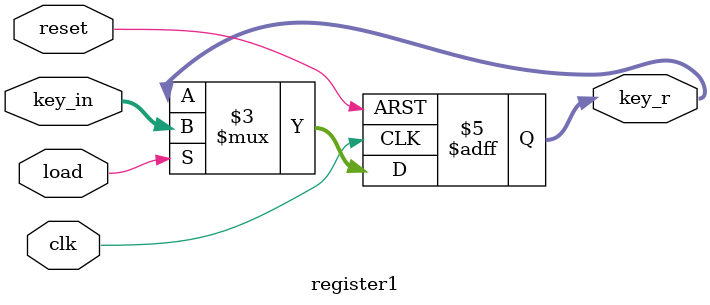
<source format=v>
`default_nettype none 
`timescale 1 ns / 1 ps
module register1
(
input wire clk   ,
input wire	reset ,
input wire load,
input wire	[63:0]  key_in,

output reg [63:0] key_r
);


always @(posedge clk or posedge reset)
	if (reset)
		key_r = 0;
	else
		if (load)
		key_r = key_in;				
endmodule

</source>
